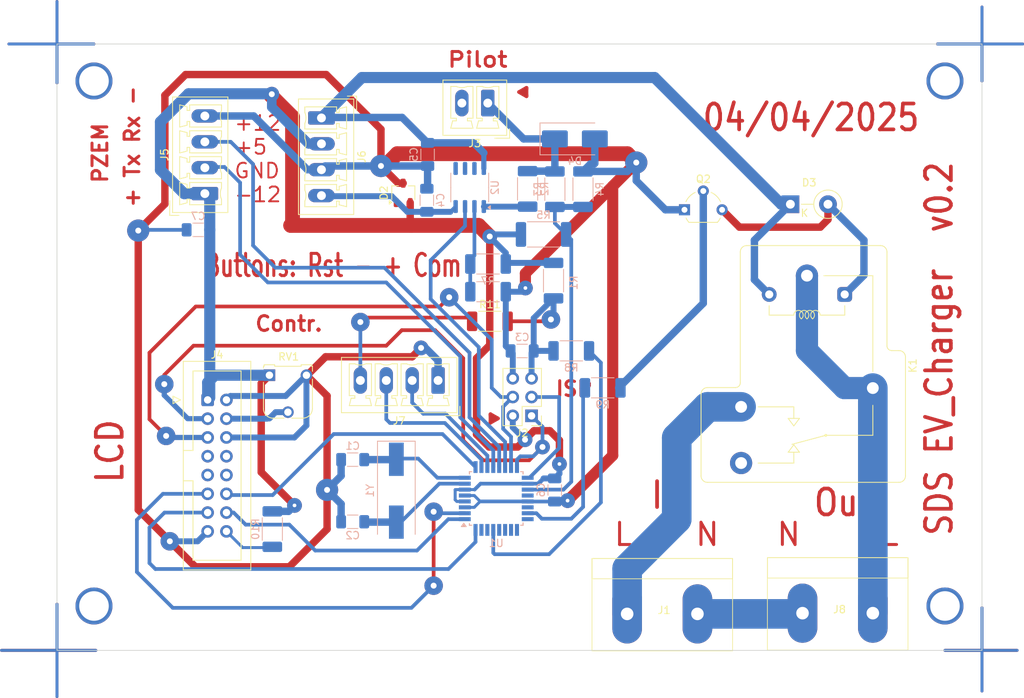
<source format=kicad_pcb>
(kicad_pcb (version 20240108) (generator "pcbnew") (generator_version "8.0")
  (layers (0 "F.Cu" signal) (31 "B.Cu" signal) (34 "B.Paste" user) (35 "F.Paste" user) (36 "B.SilkS" user "B.Silkscreen") (37 "F.SilkS" user "F.Silkscreen") (38 "B.Mask" user) (39 "F.Mask" user) (44 "Edge.Cuts" user))
  (net 0 "")
  (net 1 "Net-(U1-XTAL2{slash}PB7)")
  (net 2 "GNDD")
  (net 3 "Net-(U1-XTAL1{slash}PB6)")
  (net 4 "-12V")
  (net 5 "+12V")
  (net 6 "+5V")
  (net 7 "Net-(D3-A)")
  (net 8 "Net-(D4-K)")
  (net 9 "Net-(J2-Pin_1)")
  (net 10 "Net-(J2-Pin_3)")
  (net 11 "Net-(J2-Pin_4)")
  (net 13 "Net-(J4-Pin_16)")
  (net 18 "Net-(J4-Pin_11)")
  (net 19 "Net-(J4-Pin_12)")
  (net 20 "Net-(J4-Pin_13)")
  (net 21 "Net-(J4-Pin_14)")
  (net 22 "Net-(J4-Pin_4)")
  (net 23 "Net-(J5-Pin_2)")
  (net 24 "Net-(Q2-B)")
  (net 25 "Net-(R2-Pad1)")
  (net 26 "Net-(U1-ADC6)")
  (net 27 "Net-(U2A--)")
  (net 28 "Net-(U1-PC0)")
  (net 29 "Net-(U1-PB2)")
  (net 39 "Net-(J5-Pin_3)")
  (net 40 "Net-(J7-Pin_2)")
  (net 41 "Net-(J7-Pin_3)")
  (net 42 "Net-(J1-Pin_1)")
  (net 43 "Net-(J1-Pin_2)")
  (net 44 "Net-(J8-Pin_2)")
  (net 46 "Net-(J2-Pin_5)")
  (net 48 "Net-(U1-~{RESET}{slash}PC6)")
  (net 49 "Net-(J7-Pin_4)")
  (footprint "Vad:Connector_DG950-9.5-Housing" (layer "F.Cu") (at 181.75 131.97)
    (property "Reference" "J8")
    (property "Value" "In_220v")
  )
  (footprint "Potentiometer_THT:Potentiometer_Runtron_RM-065_Vertical" (layer "F.Cu") (at 104.71 99.79)
    (property "Reference" "RV1")
    (property "Value" "10k")
  )
  (footprint "Vad:Connector_DG950-9.5-Housing" (layer "F.Cu") (at 158.05 132.07)
    (property "Reference" "J1")
    (property "Value" "Out_220v")
  )
  (footprint "Connector_PinHeader_2.54mm:PinHeader_2x03_P2.54mm_Vertical" (layer "F.Cu") (at 140.135 105.285 180)
    (property "Reference" "J2")
    (property "Value" "ICSP")
  )
  (footprint "Connector_Phoenix_MC:PhoenixContact_MCV_1,5_4-G-3.5_1x04_P3.50mm_Vertical" (layer "F.Cu") (at 127.5 100.5 180)
    (property "Reference" "J7")
    (property "Value" "Rst,Down,Up")
  )
  (footprint "Connector_Phoenix_MC:PhoenixContact_MCV_1,5_4-G-3.5_1x04_P3.50mm_Vertical" (layer "F.Cu") (at 111.74 65 -90)
    (property "Reference" "J6")
    (property "Value" "PowerIn")
  )
  (footprint "Diode_THT:D_DO-15_P5.08mm_Vertical_KathodeUp" (layer "F.Cu") (at 175.11 76.67)
    (property "Reference" "D3")
    (property "Value" "1N4148")
  )
  (footprint "Package_TO_SOT_SMD:TSOT-23" (layer "F.Cu") (at 122.7825 75.1325 90)
    (property "Reference" "D2")
    (property "Value" "D_Zener_Dual_CommonAnode_KKA")
  )
  (footprint "Connector_IDC:IDC-Header_2x08_P2.54mm_Vertical" (layer "F.Cu") (at 96.36 103.13)
    (property "Reference" "J4")
    (property "Value" "20x4_LCD")
  )
  (footprint "Connector_Phoenix_MC:PhoenixContact_MCV_1,5_2-G-3.5_1x02_P3.50mm_Vertical" (layer "F.Cu") (at 134.215 62.99 180)
    (property "Reference" "J3")
    (property "Value" "Pilot")
  )
  (footprint "Resistor_SMD:R_2010_5025Metric_Pad1.40x2.65mm_HandSolder" (layer "F.Cu") (at 134.5 92.5)
    (property "Reference" "R11")
    (property "Value" "0")
  )
  (footprint "Relay_THT:Relay_SPDT_RAYEX-L90" (layer "F.Cu") (at 177.35 86.33 -90)
    (property "Reference" "K1")
    (property "Value" "RAYEX-L90")
  )
  (footprint "Connector_Phoenix_MC:PhoenixContact_MCV_1,5_4-G-3.5_1x04_P3.50mm_Vertical" (layer "F.Cu") (at 95.9825 75.2325 90)
    (property "Reference" "J5")
    (property "Value" "PZEM")
  )
  (footprint "Package_TO_SOT_THT:TO-92L_Wide" (layer "F.Cu") (at 160.8 77.42)
    (property "Reference" "Q2")
    (property "Value" "2N2222A")
  )
  (footprint "Resistor_SMD:R_2010_5025Metric_Pad1.40x2.65mm_HandSolder" (layer "B.Cu") (at 139.600527 74.593546 90)
    (property "Reference" "R2")
    (property "Value" "1k")
  )
  (footprint "Resistor_SMD:R_2010_5025Metric_Pad1.40x2.65mm_HandSolder" (layer "B.Cu") (at 134.25 84.75)
    (property "Reference" "R7")
    (property "Value" "10k")
  )
  (footprint "Capacitor_SMD:C_1206_3216Metric_Pad1.33x1.80mm_HandSolder" (layer "B.Cu") (at 115.96 111.21 180)
    (property "Reference" "C1")
    (property "Value" "22pF")
  )
  (footprint "Resistor_SMD:R_2010_5025Metric_Pad1.40x2.65mm_HandSolder" (layer "B.Cu") (at 105.1 120.6 -90)
    (property "Reference" "R10")
    (property "Value" "220")
  )
  (footprint "Capacitor_SMD:C_1206_3216Metric_Pad1.33x1.80mm_HandSolder" (layer "B.Cu") (at 126.0825 69.9325 -90)
    (property "Reference" "C5")
    (property "Value" "100n")
  )
  (footprint "Crystal:Crystal_SMD_HC49-SD" (layer "B.Cu") (at 121.86 115.41 -90)
    (property "Reference" "Y1")
    (property "Value" "16MHz")
  )
  (footprint "Package_SO:SO-8_3.9x4.9mm_P1.27mm" (layer "B.Cu") (at 131.7775 74.4075 90)
    (property "Reference" "U2")
    (property "Value" "LF353")
  )
  (footprint "Capacitor_SMD:C_1206_3216Metric_Pad1.33x1.80mm_HandSolder" (layer "B.Cu") (at 143.26 115.31 -90)
    (property "Reference" "C6")
    (property "Value" "100n")
  )
  (footprint "Capacitor_SMD:C_1206_3216Metric_Pad1.33x1.80mm_HandSolder" (layer "B.Cu") (at 138.86 96.51 180)
    (property "Reference" "C3")
    (property "Value" "100n")
  )
  (footprint "Package_QFP:TQFP-32_7x7mm_P0.8mm" (layer "B.Cu") (at 135.36 116.46)
    (property "Reference" "U1")
    (property "Value" "ATmega328P-A")
  )
  (footprint "Resistor_SMD:R_2010_5025Metric_Pad1.40x2.65mm_HandSolder" (layer "B.Cu") (at 134.25 88.5)
    (property "Reference" "R6" (hide yes))
    (property "Value" "10k")
  )
  (footprint "Resistor_SMD:R_2010_5025Metric_Pad1.40x2.65mm_HandSolder" (layer "B.Cu") (at 143.1 87 90)
    (property "Reference" "R1")
    (property "Value" "10k")
  )
  (footprint "Resistor_SMD:R_2512_6332Metric_Pad1.40x3.35mm_HandSolder" (layer "B.Cu") (at 141.75 80.75 180)
    (property "Reference" "R5")
    (property "Value" "56k")
  )
  (footprint "Capacitor_SMD:C_1206_3216Metric_Pad1.33x1.80mm_HandSolder" (layer "B.Cu") (at 115.96 119.61)
    (property "Reference" "C2")
    (property "Value" "22pF")
  )
  (footprint "Resistor_SMD:R_2010_5025Metric_Pad1.40x2.65mm_HandSolder" (layer "B.Cu") (at 145.5 96.5)
    (property "Reference" "R8")
    (property "Value" "0")
  )
  (footprint "Resistor_SMD:R_2010_5025Metric_Pad1.40x2.65mm_HandSolder" (layer "B.Cu") (at 143.2825 74.6325 -90)
    (property "Reference" "R3")
    (property "Value" "200k")
  )
  (footprint "Resistor_SMD:R_2010_5025Metric_Pad1.40x2.65mm_HandSolder" (layer "B.Cu") (at 147.0825 74.6325 90)
    (property "Reference" "R4")
    (property "Value" "100k")
  )
  (footprint "Diode_SMD:D_SMB_Handsoldering" (layer "B.Cu") (at 145.9825 67.8325)
    (property "Reference" "D4")
    (property "Value" "P6KE16CA")
  )
  (footprint "Capacitor_SMD:C_1206_3216Metric_Pad1.33x1.80mm_HandSolder" (layer "B.Cu") (at 95.0825 80.1325 180)
    (property "Reference" "C7")
    (property "Value" "100n")
  )
  (footprint "Capacitor_SMD:C_1206_3216Metric_Pad1.33x1.80mm_HandSolder" (layer "B.Cu") (at 125.9825 76.1325 90)
    (property "Reference" "C4")
    (property "Value" "100n")
  )
  (footprint "Resistor_SMD:R_2010_5025Metric_Pad1.40x2.65mm_HandSolder" (layer "B.Cu") (at 149.75 101.5)
    (property "Reference" "R9")
    (property "Value" "470")
  )
  (gr_line (start 196 137) (end 205.75 137) (stroke (width 0.4)) (layer "F.Cu"))
  (gr_line (start 81.25 137) (end 68.5 137) (stroke (width 0.4)) (layer "F.Cu"))
  (gr_line (start 76 130.75) (end 76 143.25) (stroke (width 0.4)) (layer "F.Cu"))
  (gr_line (start 201 60) (end 201 50) (stroke (width 0.4)) (layer "F.Cu"))
  (gr_line (start 76 60.25) (end 76 49.25) (stroke (width 0.4)) (layer "F.Cu"))
  (gr_line (start 195 55) (end 206.5 55) (stroke (width 0.4)) (layer "F.Cu"))
  (gr_line (start 81 55) (end 69.5 55) (stroke (width 0.4)) (layer "F.Cu"))
  (gr_line (start 201 131.25) (end 201 142.5) (stroke (width 0.4)) (layer "F.Cu"))
  (gr_line (start 76 130.75) (end 76 143.25) (stroke (width 0.4)) (layer "B.Cu"))
  (gr_line (start 195 55) (end 206.5 55) (stroke (width 0.4)) (layer "B.Cu"))
  (gr_line (start 201 50) (end 201 60) (stroke (width 0.4)) (layer "B.Cu"))
  (gr_line (start 201 131.25) (end 201 142.5) (stroke (width 0.4)) (layer "B.Cu"))
  (gr_line (start 68.5 137) (end 81.25 137) (stroke (width 0.4)) (layer "B.Cu"))
  (gr_line (start 69.5 55) (end 81 55) (stroke (width 0.4)) (layer "B.Cu"))
  (gr_line (start 196 137) (end 205.75 137) (stroke (width 0.4)) (layer "B.Cu"))
  (gr_line (start 76 49.25) (end 76 60.25) (stroke (width 0.4)) (layer "B.Cu"))
  (gr_rect (start 76 55) (end 201 137) (stroke (width 0.1)) (fill none) (layer "Edge.Cuts"))
  (gr_text "v0.2" (at 197.25 80.75 90) (layer "F.Cu") (effects (font (size 3.5 3) (thickness 0.5) (bold yes)) (justify left bottom)))
  (gr_text "L" (at 187.05 123.07 0) (layer "F.Cu") (effects (font (size 3 3) (thickness 0.4)) (justify left bottom)))
  (gr_text "◂" (at 137.2 104.1 180) (layer "F.Cu") (effects (font (size 3 3) (thickness 0.5) (bold yes)) (justify left bottom)))
  (gr_text "+12\n+5\nGND\n-12" (at 99.8325 76.5325 0) (layer "F.Cu") (effects (font (size 2 2) (thickness 0.25)) (justify left bottom)))
  (gr_text "N" (at 173.05 123.07 0) (layer "F.Cu") (effects (font (size 3 3) (thickness 0.4)) (justify left bottom)))
  (gr_text "L" (at 151.05 123.07 0) (layer "F.Cu") (effects (font (size 3 3) (thickness 0.4)) (justify left bottom)))
  (gr_text "◂" (at 136.8325 63.0325 0) (layer "F.Cu") (effects (font (size 3 3) (thickness 0.5) (bold yes)) (justify left bottom)))
  (gr_text "LCD" (at 85.2 114.6 90) (layer "F.Cu") (effects (font (size 3.5 3) (thickness 0.5) (bold yes)) (justify left bottom)))
  (gr_text "N" (at 162.05 123.07 0) (layer "F.Cu") (effects (font (size 3 3) (thickness 0.4)) (justify left bottom)))
  (gr_text "+ Tx Rx -" (at 87.3325 77.2825 90) (layer "F.Cu") (effects (font (size 2 2) (thickness 0.4) (bold yes)) (justify left bottom)))
  (gr_text "SDS EV_Charger" (at 197.25 121.75 90) (layer "F.Cu") (effects (font (size 3.5 3) (thickness 0.5) (bold yes)) (justify left bottom)))
  (gr_text "Out" (at 178.05 119.07 0) (layer "F.Cu") (effects (font (size 3.5 3) (thickness 0.5) (bold yes)) (justify left bottom)))
  (gr_text "In" (at 156.05 118.07 0) (layer "F.Cu") (effects (font (size 3.5 3) (thickness 0.5) (bold yes)) (justify left bottom)))
  (gr_text "04/04/2025" (at 163 67 0) (layer "F.Cu") (effects (font (size 3.5 3) (thickness 0.5) (bold yes)) (justify left bottom)))
  (gr_text "ISP" (at 143.2 102.8 0) (layer "F.Cu") (effects (font (size 2 2) (thickness 0.4) (bold yes)) (justify left bottom)))
  (gr_text "Buttons: Rst - + Com" (at 95.8 86.7 0) (layer "F.Cu") (effects (font (size 3 2) (thickness 0.4) (bold yes)) (justify left bottom)))
  (gr_text "PZEM" (at 83 74 90) (layer "F.Cu") (effects (font (size 2 2) (thickness 0.4) (bold yes)) (justify left bottom)))
  (gr_text "Pilot" (at 128.5825 58.2825 0) (layer "F.Cu") (effects (font (size 2 2.3) (thickness 0.4) (bold yes)) (justify left bottom)))
  (gr_text "Contr." (at 102.6 94 0) (layer "F.Cu") (effects (font (size 2 2) (thickness 0.4) (bold yes)) (justify left bottom)))
  (via (at 81 131) (size 5) (drill 4) (layers "F.Cu" "B.Cu") (net 0))
  (via (at 81 60) (size 5) (drill 4) (layers "F.Cu" "B.Cu") (net 0))
  (via (at 196 131) (size 5) (drill 4) (layers "F.Cu" "B.Cu") (net 0))
  (via (at 196 60) (size 5) (drill 4) (layers "F.Cu" "B.Cu") (net 0))
  (segment (start 124.81 111.06) (end 121.96 111.06) (width 0.5) (layer "B.Cu") (net 1))
  (segment (start 117.5225 111.21) (end 121.81 111.21) (width 1) (layer "B.Cu") (net 1))
  (segment (start 131.11 113.66) (end 127.41 113.66) (width 0.5) (layer "B.Cu") (net 1))
  (segment (start 121.96 111.06) (end 121.86 111.16) (width 0.4) (layer "B.Cu") (net 1))
  (segment (start 127.41 113.66) (end 124.81 111.06) (width 0.5) (layer "B.Cu") (net 1))
  (segment (start 121.81 111.21) (end 121.86 111.16) (width 0.4) (layer "B.Cu") (net 1))
  (segment (start 112.5 115.3) (end 112.5 120.6) (width 1) (layer "F.Cu") (net 2))
  (segment (start 151.1 110.65) (end 145 116.75) (width 1.5) (layer "F.Cu") (net 2))
  (segment (start 90.5825 61.9325) (end 90.5825 76.6325) (width 1) (layer "F.Cu") (net 2))
  (segment (start 109.81 99.79) (end 109.71 99.79) (width 0.5) (layer "F.Cu") (net 2))
  (segment (start 94.7 125.7) (end 91.25 122.25) (width 1) (layer "F.Cu") (net 2))
  (segment (start 124 97.3) (end 112.3 97.3) (width 1) (layer "F.Cu") (net 2))
  (segment (start 154.2825 71.0325) (end 151.1 74.215) (width 1.5) (layer "F.Cu") (net 2))
  (segment (start 107.4 125.7) (end 94.7 125.7) (width 1) (layer "F.Cu") (net 2))
  (segment (start 86.9825 117.9825) (end 86.9825 80.2325) (width 1) (layer "F.Cu") (net 2))
  (segment (start 119.7825 66.5325) (end 112.3825 59.1325) (width 1) (layer "F.Cu") (net 2))
  (segment (start 151.1 74.215) (end 151.1 110.65) (width 1.5) (layer "F.Cu") (net 2))
  (segment (start 112.3 97.3) (end 109.81 99.79) (width 1) (layer "F.Cu") (net 2))
  (segment (start 125.2 96.1) (end 124 97.3) (width 1) (layer "F.Cu") (net 2))
  (segment (start 139.3 88) (end 139.3 86.015) (width 1.5) (layer "F.Cu") (net 2))
  (segment (start 91.25 122.25) (end 86.9825 117.9825) (width 1) (layer "F.Cu") (net 2))
  (segment (start 122.11 73.8225) (end 119.7825 71.495) (width 1) (layer "F.Cu") (net 2))
  (segment (start 90.5825 76.6325) (end 86.9825 80.2325) (width 1) (layer "F.Cu") (net 2))
  (segment (start 119.7825 71.495) (end 120.32 71.495) (width 0.4) (layer "F.Cu") (net 2))
  (segment (start 112.3825 59.1325) (end 93.3825 59.1325) (width 1) (layer "F.Cu") (net 2))
  (segment (start 93.3825 59.1325) (end 90.5825 61.9325) (width 1) (layer "F.Cu") (net 2))
  (segment (start 119.7825 71.495) (end 119.7825 66.5325) (width 1) (layer "F.Cu") (net 2))
  (segment (start 112.5 102.58) (end 109.71 99.79) (width 1) (layer "F.Cu") (net 2))
  (segment (start 139.3 86.015) (end 154.2825 71.0325) (width 1.5) (layer "F.Cu") (net 2))
  (segment (start 112.5 115.3) (end 112.5 102.58) (width 1) (layer "F.Cu") (net 2))
  (segment (start 120.32 71.495) (end 121.9825 69.8325) (width 2) (layer "F.Cu") (net 2))
  (segment (start 122.7825 73.8225) (end 122.11 73.8225) (width 1) (layer "F.Cu") (net 2))
  (segment (start 121.9825 69.8325) (end 153.0825 69.8325) (width 2) (layer "F.Cu") (net 2))
  (segment (start 112.5 120.6) (end 107.4 125.7) (width 1) (layer "F.Cu") (net 2))
  (segment (start 153.0825 69.8325) (end 154.2825 71.0325) (width 2) (layer "F.Cu") (net 2))
  (via (at 139.3 88) (size 2) (drill 0.5) (layers "F.Cu" "B.Cu") (net 2))
  (via (at 86.9825 80.2325) (size 3) (drill 0.8) (layers "F.Cu" "B.Cu") (net 2))
  (via (at 91.25 122.25) (size 2.5) (drill 0.8) (layers "F.Cu" "B.Cu") (net 2))
  (via (at 112.5 115.3) (size 3) (drill 0.8) (layers "F.Cu" "B.Cu") (net 2))
  (via (at 119.7825 71.495) (size 3) (drill 0.8) (layers "F.Cu" "B.Cu") (net 2))
  (via (at 125.2 96.1) (size 2) (drill 0.8) (layers "F.Cu" "B.Cu") (net 2))
  (via (at 145 116.75) (size 2) (drill 0.5) (layers "F.Cu" "B.Cu") (net 2))
  (via (at 154.2825 71.0325) (size 3) (drill 0.8) (layers "F.Cu" "B.Cu") (net 2))
  (segment (start 148.0825 71.2325) (end 147.0825 72.2325) (width 1) (layer "B.Cu") (net 2))
  (segment (start 145 116.75) (end 143.3825 116.75) (width 0.5) (layer "B.Cu") (net 2))
  (segment (start 127.5 97.8) (end 127.5 100.5) (width 1) (layer "B.Cu") (net 2))
  (segment (start 143.3825 116.75) (end 143.26 116.8725) (width 0.5) (layer "B.Cu") (net 2))
  (segment (start 160.67 77.42) (end 158.22 77.42) (width 1) (layer "B.Cu") (net 2))
  (segment (start 158.22 77.42) (end 154.2825 73.4825) (width 1) (layer "B.Cu") (net 2))
  (segment (start 114.3975 119.61) (end 114.3975 117.1975) (width 1) (layer "B.Cu") (net 2))
  (segment (start 114.3975 113.4025) (end 114.3975 111.21) (width 1) (layer "B.Cu") (net 2))
  (segment (start 126.0825 71.495) (end 126.0825 74.47) (width 1) (layer "B.Cu") (net 2))
  (segment (start 143.26 116.8725) (end 139.6225 116.8725) (width 0.5) (layer "B.Cu") (net 2))
  (segment (start 112.5 115.3) (end 114.3975 113.4025) (width 1) (layer "B.Cu") (net 2))
  (segment (start 153.0825 72.2325) (end 147.0825 72.2325) (width 1) (layer "B.Cu") (net 2))
  (segment (start 136.65 95.8625) (end 137.2975 96.51) (width 0.8) (layer "B.Cu") (net 2))
  (segment (start 136.65 88.5) (end 138.8 88.5) (width 0.8) (layer "B.Cu") (net 2))
  (segment (start 98.9 108.21) (end 108.09 108.21) (width 0.8) (layer "B.Cu") (net 2))
  (segment (start 138.8 88.5) (end 139.3 88) (width 0.5) (layer "B.Cu") (net 2))
  (segment (start 132.385 116.06) (end 131.11 116.06) (width 0.4) (layer "B.Cu") (net 2))
  (segment (start 109.85 72) (end 111.74 72) (width 1) (layer "B.Cu") (net 2))
  (segment (start 137.595 100.205) (end 137.595 96.8075) (width 0.8) (layer "B.Cu") (net 2))
  (segment (start 126.0825 74.47) (end 125.9825 74.57) (width 1) (layer "B.Cu") (net 2))
  (segment (start 106.9 102.6) (end 99.43 102.6) (width 0.8) (layer "B.Cu") (net 2))
  (segment (start 131.11 117.66) (end 132.385 117.66) (width 0.4) (layer "B.Cu") (net 2))
  (segment (start 87.0825 80.1325) (end 86.9825 80.2325) (width 0.5) (layer "B.Cu") (net 2))
  (segment (start 109.71 106.59) (end 109.71 99.79) (width 0.8) (layer "B.Cu") (net 2))
  (segment (start 93.52 80.1325) (end 87.0825 80.1325) (width 0.5) (layer "B.Cu") (net 2))
  (segment (start 114.3975 117.1975) (end 112.5 115.3) (width 1) (layer "B.Cu") (net 2))
  (segment (start 148.5825 71.2325) (end 148.0825 71.2325) (width 1) (layer "B.Cu") (net 2))
  (segment (start 119.7825 71.495) (end 112.245 71.495) (width 1) (layer "B.Cu") (net 2))
  (segment (start 139.6225 116.8725) (end 139.61 116.86) (width 0.4) (layer "B.Cu") (net 2))
  (segment (start 102.5825 64.7325) (end 109.85 72) (width 1) (layer "B.Cu") (net 2))
  (segment (start 108.09 108.21) (end 109.71 106.59) (width 0.8) (layer "B.Cu") (net 2))
  (segment (start 99.43 102.6) (end 98.9 103.13) (width 0.8) (layer "B.Cu") (net 2))
  (segment (start 160.8 77.42) (end 160.67 77.42) (width 0.5) (layer "B.Cu") (net 2))
  (segment (start 139.61 116.86) (end 133.185 116.86) (width 0.5) (layer "B.Cu") (net 2))
  (segment (start 132.385 117.66) (end 133.185 116.86) (width 0.4) (layer "B.Cu") (net 2))
  (segment (start 137.595 96.8075) (end 137.2975 96.51) (width 0.5) (layer "B.Cu") (net 2))
  (segment (start 112.245 71.495) (end 111.74 72) (width 1) (layer "B.Cu") (net 2))
  (segment (start 109.71 99.79) (end 106.9 102.6) (width 0.8) (layer "B.Cu") (net 2))
  (segment (start 91.25 122.25) (end 95.02 122.25) (width 0.8) (layer "B.Cu") (net 2))
  (segment (start 133.185 116.86) (end 132.385 116.06) (width 0.4) (layer "B.Cu") (net 2))
  (segment (start 154.2825 71.0325) (end 153.0825 72.2325) (width 1) (layer "B.Cu") (net 2))
  (segment (start 148.6825 71.1325) (end 148.5825 71.2325) (width 1) (layer "B.Cu") (net 2))
  (segment (start 125.2 96.1) (end 125.8 96.1) (width 0.5) (layer "B.Cu") (net 2))
  (segment (start 126.0825 71.495) (end 119.7825 71.495) (width 1) (layer "B.Cu") (net 2))
  (segment (start 95.02 122.25) (end 96.36 120.91) (width 0.8) (layer "B.Cu") (net 2))
  (segment (start 95.9825 64.7325) (end 102.5825 64.7325) (width 1) (layer "B.Cu") (net 2))
  (segment (start 125.8 96.1) (end 127.5 97.8) (width 1) (layer "B.Cu") (net 2))
  (segment (start 154.2825 73.4825) (end 154.2825 71.0325) (width 1) (layer "B.Cu") (net 2))
  (segment (start 136.65 88.5) (end 136.65 95.8625) (width 0.8) (layer "B.Cu") (net 2))
  (segment (start 148.6825 67.8325) (end 148.6825 71.1325) (width 1) (layer "B.Cu") (net 2))
  (segment (start 117.5725 119.66) (end 117.5225 119.61) (width 0.4) (layer "B.Cu") (net 3))
  (segment (start 122.46 119.66) (end 121.86 119.66) (width 0.4) (layer "B.Cu") (net 3))
  (segment (start 121.86 119.66) (end 117.5725 119.66) (width 1) (layer "B.Cu") (net 3))
  (segment (start 127.66 114.46) (end 122.46 119.66) (width 0.5) (layer "B.Cu") (net 3))
  (segment (start 131.11 114.46) (end 127.66 114.46) (width 0.5) (layer "B.Cu") (net 3))
  (segment (start 123.345 77.695) (end 121.2325 75.5825) (width 0.8) (layer "B.Cu") (net 4))
  (segment (start 129.16 77.695) (end 129.8725 76.9825) (width 0.5) (layer "B.Cu") (net 4))
  (segment (start 125.9825 77.695) (end 129.16 77.695) (width 0.8) (layer "B.Cu") (net 4))
  (segment (start 111.8225 75.5825) (end 111.74 75.5) (width 0.4) (layer "B.Cu") (net 4))
  (segment (start 121.2325 75.5825) (end 111.8225 75.5825) (width 0.8) (layer "B.Cu") (net 4))
  (segment (start 125.9825 77.695) (end 123.345 77.695) (width 0.8) (layer "B.Cu") (net 4))
  (segment (start 126.0825 68.37) (end 132.32 68.37) (width 1) (layer "B.Cu") (net 5))
  (segment (start 175.11 76.67) (end 173.8875 76.67) (width 1.5) (layer "B.Cu") (net 5))
  (segment (start 173.8875 76.67) (end 156.75 59.5325) (width 1.5) (layer "B.Cu") (net 5))
  (segment (start 117.2075 59.5325) (end 111.74 65) (width 1.5) (layer "B.Cu") (net 5))
  (segment (start 175.11 76.67) (end 170.25 81.53) (width 1) (layer "B.Cu") (net 5))
  (segment (start 132.32 68.37) (end 133.6825 69.7325) (width 1) (layer "B.Cu") (net 5))
  (segment (start 111.8075 64.9325) (end 111.74 65) (width 0.4) (layer "B.Cu") (net 5))
  (segment (start 122.645 64.9325) (end 111.8075 64.9325) (width 1) (layer "B.Cu") (net 5))
  (segment (start 157.0425 59.5325) (end 156.75 59.5325) (width 1) (layer "B.Cu") (net 5))
  (segment (start 170.25 81.53) (end 170.25 86.87) (width 1) (layer "B.Cu") (net 5))
  (segment (start 170.25 86.87) (end 172.25 88.87) (width 1) (layer "B.Cu") (net 5))
  (segment (start 133.6825 69.7325) (end 133.6825 71.8325) (width 0.7) (layer "B.Cu") (net 5))
  (segment (start 126.0825 68.37) (end 122.645 64.9325) (width 1) (layer "B.Cu") (net 5))
  (segment (start 156.75 59.5325) (end 117.2075 59.5325) (width 1.5) (layer "B.Cu") (net 5))
  (segment (start 140.46 107.3) (end 139.25 108.51) (width 1) (layer "F.Cu") (net 6))
  (segment (start 139.25 108.51) (end 138.26 109.5) (width 1) (layer "F.Cu") (net 6))
  (segment (start 134.4 109.5) (end 132.7 107.8) (width 1) (layer "F.Cu") (net 6))
  (segment (start 107.5825 79.5325) (end 107.8325 79.2825) (width 2) (layer "F.Cu") (net 6))
  (segment (start 107.8325 64.8825) (end 104.8825 61.9325) (width 2) (layer "F.Cu") (net 6))
  (segment (start 138.26 109.5) (end 134.4 109.5) (width 1) (layer "F.Cu") (net 6))
  (segment (start 123.8825 79.5325) (end 132.9825 79.5325) (width 2) (layer "F.Cu") (net 6))
  (segment (start 134.4825 95.7175) (end 134.4825 81.0325) (width 1) (layer "F.Cu") (net 6))
  (segment (start 143.9 111.8) (end 143.9 108.6) (width 1) (layer "F.Cu") (net 6))
  (segment (start 123.7325 76.4425) (end 123.7325 79.3825) (width 1) (layer "F.Cu") (net 6))
  (segment (start 132.7 107.8) (end 132.7 97.5) (width 1) (layer "F.Cu") (net 6))
  (segment (start 142.6 107.3) (end 140.46 107.3) (width 1) (layer "F.Cu") (net 6))
  (segment (start 143.9 108.6) (end 142.6 107.3) (width 1) (layer "F.Cu") (net 6))
  (segment (start 108.1 117.4) (end 103.6 112.9) (width 1) (layer "F.Cu") (net 6))
  (segment (start 107.5825 79.5325) (end 123.8825 79.5325) (width 2) (layer "F.Cu") (net 6))
  (segment (start 103.6 100.9) (end 104.71 99.79) (width 1) (layer "F.Cu") (net 6))
  (segment (start 132.9825 79.5325) (end 134.4825 81.0325) (width 2) (layer "F.Cu") (net 6))
  (segment (start 123.7325 79.3825) (end 123.8825 79.5325) (width 0.4) (layer "F.Cu") (net 6))
  (segment (start 103.6 112.9) (end 103.6 100.9) (width 1) (layer "F.Cu") (net 6))
  (segment (start 105.0275 61.7875) (end 104.8825 61.9325) (width 0.4) (layer "F.Cu") (net 6))
  (segment (start 107.8325 79.2825) (end 107.8325 64.8825) (width 2) (layer "F.Cu") (net 6))
  (segment (start 132.7 97.5) (end 134.4825 95.7175) (width 1) (layer "F.Cu") (net 6))
  (via (at 108.1 117.4) (size 2) (drill 0.5) (layers "F.Cu" "B.Cu") (net 6))
  (via (at 139.25 108.51) (size 2) (drill 0.8) (layers "F.Cu" "B.Cu") (net 6))
  (via (at 143.9 111.8) (size 2) (drill 0.5) (layers "F.Cu" "B.Cu") (net 6))
  (via (at 134.4825 81.0325) (size 2) (drill 0.8) (layers "F.Cu" "B.Cu") (net 6))
  (via (at 105.0275 61.7875) (size 2) (drill 0.8) (layers "F.Cu" "B.Cu") (net 6))
  (segment (start 96.645 75.895) (end 95.9825 75.2325) (width 1.5) (layer "B.Cu") (net 6))
  (segment (start 97.355 99.79) (end 96.36 100.785) (width 1.5) (layer "B.Cu") (net 6))
  (segment (start 89.9825 72.0325) (end 93.1825 75.2325) (width 1.5) (layer "B.Cu") (net 6))
  (segment (start 133.235 114.46) (end 132.435 115.26) (width 0.5) (layer "B.Cu") (net 6))
  (segment (start 143.1 84.6) (end 136.8 84.6) (width 0.8) (layer "B.Cu") (net 6))
  (segment (start 105.0275 63.5275) (end 105.0275 61.7875) (width 1.3) (layer "B.Cu") (net 6))
  (segment (start 96.645 102.845) (end 96.36 103.13) (width 0.5) (layer "B.Cu") (net 6))
  (segment (start 136.65 83.25) (end 136.65 84.75) (width 0.8) (layer "B.Cu") (net 6))
  (segment (start 141.7525 113.7475) (end 143.26 113.7475) (width 0.8) (layer "B.Cu") (net 6))
  (segment (start 104.9725 61.7325) (end 93.7825 61.7325) (width 1.5) (layer "B.Cu") (net 6))
  (segment (start 110 68.5) (end 105.0275 63.5275) (width 1.3) (layer "B.Cu") (net 6))
  (segment (start 131.11 115.26) (end 129.835 115.26) (width 0.4) (layer "B.Cu") (net 6))
  (segment (start 105.1 118.2) (end 107.3 118.2) (width 1) (layer "B.Cu") (net 6))
  (segment (start 129.81 115.285) (end 129.81 116.635) (width 0.4) (layer "B.Cu") (net 6))
  (segment (start 96.645 80.1325) (end 96.645 75.895) (width 1.5) (layer "B.Cu") (net 6))
  (segment (start 136.8 84.6) (end 136.65 84.75) (width 0.5) (layer "B.Cu") (net 6))
  (segment (start 89.9825 65.5325) (end 89.9825 72.0325) (width 1.5) (layer "B.Cu") (net 6))
  (segment (start 130.035 116.86) (end 131.11 116.86) (width 0.4) (layer "B.Cu") (net 6))
  (segment (start 139.25 108.51) (end 137.595 106.855) (width 0.8) (layer "B.Cu") (net 6))
  (segment (start 134.765 80.75) (end 134.4825 81.0325) (width 0.5) (layer "B.Cu") (net 6))
  (segment (start 132.435 115.26) (end 131.11 115.26) (width 0.4) (layer "B.Cu") (net 6))
  (segment (start 107.3 118.2) (end 108.1 117.4) (width 1) (layer "B.Cu") (net 6))
  (segment (start 93.7825 61.7325) (end 89.9825 65.5325) (width 1.5) (layer "B.Cu") (net 6))
  (segment (start 141.04 114.46) (end 141.7525 113.7475) (width 0.6) (layer "B.Cu") (net 6))
  (segment (start 138.7 80.75) (end 134.765 80.75) (width 0.8) (layer "B.Cu") (net 6))
  (segment (start 139.61 114.46) (end 133.235 114.46) (width 0.5) (layer "B.Cu") (net 6))
  (segment (start 134.4825 81.0325) (end 134.4825 81.0825) (width 0.8) (layer "B.Cu") (net 6))
  (segment (start 143.9 111.8) (end 143.9 113.1075) (width 0.8) (layer "B.Cu") (net 6))
  (segment (start 105.0275 61.7875) (end 104.9725 61.7325) (width 0.4) (layer "B.Cu") (net 6))
  (segment (start 137.595 106.855) (end 137.595 105.285) (width 0.8) (layer "B.Cu") (net 6))
  (segment (start 143.9 113.1075) (end 143.26 113.7475) (width 0.8) (layer "B.Cu") (net 6))
  (segment (start 129.835 115.26) (end 129.81 115.285) (width 0.4) (layer "B.Cu") (net 6))
  (segment (start 134.4825 81.0825) (end 136.65 83.25) (width 0.8) (layer "B.Cu") (net 6))
  (segment (start 93.1825 75.2325) (end 95.9825 75.2325) (width 1.5) (layer "B.Cu") (net 6))
  (segment (start 96.645 80.1325) (end 96.645 102.845) (width 1.5) (layer "B.Cu") (net 6))
  (segment (start 111.74 68.5) (end 110 68.5) (width 1.3) (layer "B.Cu") (net 6))
  (segment (start 129.81 116.635) (end 130.035 116.86) (width 0.4) (layer "B.Cu") (net 6))
  (segment (start 139.61 114.46) (end 141.04 114.46) (width 0.5) (layer "B.Cu") (net 6))
  (segment (start 96.36 100.785) (end 96.36 103.13) (width 1.5) (layer "B.Cu") (net 6))
  (segment (start 104.71 99.79) (end 97.355 99.79) (width 1.5) (layer "B.Cu") (net 6))
  (segment (start 179.15 79.77) (end 168.23 79.77) (width 1) (layer "F.Cu") (net 7))
  (segment (start 168.23 79.77) (end 165.88 77.42) (width 1) (layer "F.Cu") (net 7))
  (segment (start 180.19 78.73) (end 179.15 79.77) (width 1) (layer "F.Cu") (net 7))
  (segment (start 180.19 76.67) (end 180.19 78.73) (width 1) (layer "F.Cu") (net 7))
  (segment (start 180.19 76.67) (end 185.05 81.53) (width 1) (layer "B.Cu") (net 7))
  (segment (start 185.05 81.53) (end 185.05 86.27) (width 1) (layer "B.Cu") (net 7))
  (segment (start 185.05 86.27) (end 182.45 88.87) (width 1) (layer "B.Cu") (net 7))
  (segment (start 143.2825 67.6325) (end 143.3775 67.5375) (width 1) (layer "B.Cu") (net 8))
  (segment (start 143.3775 72.1375) (end 143.2825 72.2325) (width 1) (layer "B.Cu") (net 8))
  (segment (start 143.2825 67.8325) (end 143.2825 67.6325) (width 0.4) (layer "B.Cu") (net 8))
  (segment (start 139.0575 67.8325) (end 143.2825 67.8325) (width 1) (layer "B.Cu") (net 8))
  (segment (start 143.2825 72.2325) (end 143.2825 67.8325) (width 1) (layer "B.Cu") (net 8))
  (segment (start 143.243546 72.193546) (end 143.2825 72.2325) (width 0.4) (layer "B.Cu") (net 8))
  (segment (start 139.600527 72.193546) (end 143.243546 72.193546) (width 1) (layer "B.Cu") (net 8))
  (segment (start 134.215 62.99) (end 139.0575 67.8325) (width 1) (layer "B.Cu") (net 8))
  (segment (start 94.45 95.8) (end 120.5 95.8) (width 0.5) (layer "F.Cu") (net 9))
  (segment (start 130.9 108.6) (end 133.6 111.3) (width 0.5) (layer "F.Cu") (net 9))
  (segment (start 90.5 99.75) (end 94.45 95.8) (width 0.5) (layer "F.Cu") (net 9))
  (segment (start 127.1 93.7) (end 130.9 97.5) (width 0.5) (layer "F.Cu") (net 9))
  (segment (start 120.5 95.8) (end 122.6 93.7) (width 0.5) (layer "F.Cu") (net 9))
  (segment (start 133.6 111.3) (end 139.81 111.3) (width 0.5) (layer "F.Cu") (net 9))
  (segment (start 122.6 93.7) (end 127.1 93.7) (width 0.5) (layer "F.Cu") (net 9))
  (segment (start 139.81 111.3) (end 141.61 109.5) (width 0.5) (layer "F.Cu") (net 9))
  (segment (start 130.9 97.5) (end 130.9 108.6) (width 0.5) (layer "F.Cu") (net 9))
  (segment (start 90.5 101) (end 90.5 99.75) (width 0.5) (layer "F.Cu") (net 9))
  (via (at 141.61 109.5) (size 2) (drill 0.8) (layers "F.Cu" "B.Cu") (net 9))
  (via (at 90.5 101) (size 2.5) (drill 0.8) (layers "F.Cu" "B.Cu") (net 9))
  (segment (start 141.61 109.51) (end 140.36 110.76) (width 0.5) (layer "B.Cu") (net 9))
  (segment (start 140.36 110.76) (end 138.61 110.76) (width 0.5) (layer "B.Cu") (net 9))
  (segment (start 138.16 111.21) (end 138.16 112.21) (width 0.5) (layer "B.Cu") (net 9))
  (segment (start 138.61 110.76) (end 138.16 111.21) (width 0.5) (layer "B.Cu") (net 9))
  (segment (start 141.61 106.76) (end 141.61 109.5) (width 0.5) (layer "B.Cu") (net 9))
  (segment (start 93.67 105.67) (end 96.36 105.67) (width 0.7) (layer "B.Cu") (net 9))
  (segment (start 90.5 102.5) (end 93.67 105.67) (width 0.7) (layer "B.Cu") (net 9))
  (segment (start 140.135 105.285) (end 141.61 106.76) (width 0.5) (layer "B.Cu") (net 9))
  (segment (start 141.61 109.5) (end 141.61 109.51) (width 0.5) (layer "B.Cu") (net 9))
  (segment (start 90.5 101) (end 90.5 102.5) (width 0.7) (layer "B.Cu") (net 9))
  (segment (start 139.84 113.66) (end 139.61 113.66) (width 0.5) (layer "B.Cu") (net 10))
  (segment (start 143.845 102.745) (end 143.86 102.76) (width 0.5) (layer "B.Cu") (net 10))
  (segment (start 143.86 102.76) (end 143.86 109.64) (width 0.5) (layer "B.Cu") (net 10))
  (segment (start 140.135 102.745) (end 143.845 102.745) (width 0.5) (layer "B.Cu") (net 10))
  (segment (start 143.86 109.64) (end 139.84 113.66) (width 0.5) (layer "B.Cu") (net 10))
  (segment (start 127.75 90.5) (end 94.75 90.5) (width 0.5) (layer "F.Cu") (net 11))
  (segment (start 88.5 105.75) (end 90.75 108) (width 0.5) (layer "F.Cu") (net 11))
  (segment (start 129 89.25) (end 127.75 90.5) (width 0.5) (layer "F.Cu") (net 11))
  (segment (start 94.75 90.5) (end 88.5 96.75) (width 0.5) (layer "F.Cu") (net 11))
  (segment (start 88.5 96.75) (end 88.5 105.75) (width 0.5) (layer "F.Cu") (net 11))
  (via (at 129 89.25) (size 2.5) (drill 0.8) (layers "F.Cu" "B.Cu") (net 11))
  (via (at 90.75 108) (size 2.5) (drill 0.8) (layers "F.Cu" "B.Cu") (net 11))
  (segment (start 90.96 108.21) (end 90.75 108) (width 0.5) (layer "B.Cu") (net 11))
  (segment (start 135.995 102.745) (end 134.75 101.5) (width 0.5) (layer "B.Cu") (net 11))
  (segment (start 137.36 108.11) (end 137.36 112.21) (width 0.5) (layer "B.Cu") (net 11))
  (segment (start 134.75 95) (end 129 89.25) (width 0.5) (layer "B.Cu") (net 11))
  (segment (start 136.295 104.045) (end 136.295 107.045) (width 0.5) (layer "B.Cu") (net 11))
  (segment (start 96.36 108.21) (end 90.96 108.21) (width 0.7) (layer "B.Cu") (net 11))
  (segment (start 137.595 102.745) (end 135.995 102.745) (width 0.5) (layer "B.Cu") (net 11))
  (segment (start 137.595 102.745) (end 136.295 104.045) (width 0.5) (layer "B.Cu") (net 11))
  (segment (start 134.75 101.5) (end 134.75 95) (width 0.5) (layer "B.Cu") (net 11))
  (segment (start 136.295 107.045) (end 137.36 108.11) (width 0.5) (layer "B.Cu") (net 11))
  (segment (start 101.09 123.1) (end 105 123.1) (width 0.4) (layer "B.Cu") (net 13))
  (segment (start 105 123.1) (end 105.1 123) (width 0.4) (layer "B.Cu") (net 13))
  (segment (start 98.9 120.91) (end 101.09 123.1) (width 0.4) (layer "B.Cu") (net 13))
  (segment (start 126.9 118.25) (end 126.9 128.25) (width 0.5) (layer "F.Cu") (net 18))
  (via (at 126.9 128.25) (size 2.5) (drill 0.8) (layers "F.Cu" "B.Cu") (net 18))
  (via (at 126.9 118.25) (size 2.5) (drill 0.8) (layers "F.Cu" "B.Cu") (net 18))
  (segment (start 126.9 128.25) (end 123.9 131.25) (width 0.5) (layer "B.Cu") (net 18))
  (segment (start 123.9 131.25) (end 91.65 131.25) (width 0.5) (layer "B.Cu") (net 18))
  (segment (start 91.65 131.25) (end 86.8 126.4) (width 0.5) (layer "B.Cu") (net 18))
  (segment (start 86.8 119.35) (end 90.32 115.83) (width 0.5) (layer "B.Cu") (net 18))
  (segment (start 90.32 115.83) (end 96.36 115.83) (width 0.5) (layer "B.Cu") (net 18))
  (segment (start 131.11 118.46) (end 127.11 118.46) (width 0.5) (layer "B.Cu") (net 18))
  (segment (start 127.11 118.46) (end 126.9 118.25) (width 0.5) (layer "B.Cu") (net 18))
  (segment (start 86.8 126.4) (end 86.8 119.35) (width 0.5) (layer "B.Cu") (net 18))
  (segment (start 105.15 116) (end 113.4 107.75) (width 0.5) (layer "B.Cu") (net 19))
  (segment (start 128.1 107.75) (end 132.56 112.21) (width 0.5) (layer "B.Cu") (net 19))
  (segment (start 99.07 116) (end 105.15 116) (width 0.5) (layer "B.Cu") (net 19))
  (segment (start 113.4 107.75) (end 128.1 107.75) (width 0.5) (layer "B.Cu") (net 19))
  (segment (start 98.9 115.83) (end 99.07 116) (width 0.5) (layer "B.Cu") (net 19))
  (segment (start 90.53 118.37) (end 96.36 118.37) (width 0.5) (layer "B.Cu") (net 20))
  (segment (start 89.3 126) (end 88.5 125.2) (width 0.5) (layer "B.Cu") (net 20))
  (segment (start 88.5 120.4) (end 90.53 118.37) (width 0.5) (layer "B.Cu") (net 20))
  (segment (start 132.56 122.34) (end 128.9 126) (width 0.5) (layer "B.Cu") (net 20))
  (segment (start 88.5 125.2) (end 88.5 120.4) (width 0.5) (layer "B.Cu") (net 20))
  (segment (start 128.9 126) (end 89.3 126) (width 0.5) (layer "B.Cu") (net 20))
  (segment (start 132.56 120.71) (end 132.56 122.34) (width 0.5) (layer "B.Cu") (net 20))
  (segment (start 131.11 119.26) (end 128.89 119.26) (width 0.5) (layer "B.Cu") (net 21))
  (segment (start 99.87 118.37) (end 98.9 118.37) (width 0.5) (layer "B.Cu") (net 21))
  (segment (start 128.89 119.26) (end 124.65 123.5) (width 0.5) (layer "B.Cu") (net 21))
  (segment (start 110.9 123.5) (end 107.4 120) (width 0.5) (layer "B.Cu") (net 21))
  (segment (start 124.65 123.5) (end 110.9 123.5) (width 0.5) (layer "B.Cu") (net 21))
  (segment (start 101.5 120) (end 99.87 118.37) (width 0.5) (layer "B.Cu") (net 21))
  (segment (start 107.4 120) (end 101.5 120) (width 0.5) (layer "B.Cu") (net 21))
  (segment (start 104.37 105.67) (end 98.9 105.67) (width 0.8) (layer "B.Cu") (net 22))
  (segment (start 105.55 104.79) (end 104.71 105.63) (width 0.8) (layer "B.Cu") (net 22))
  (segment (start 107.21 104.79) (end 105.55 104.79) (width 0.8) (layer "B.Cu") (net 22))
  (segment (start 104.71 105.63) (end 104.41 105.63) (width 0.8) (layer "B.Cu") (net 22))
  (segment (start 104.41 105.63) (end 104.37 105.67) (width 0.4) (layer "B.Cu") (net 22))
  (segment (start 98.6325 71.6325) (end 96.0825 71.6325) (width 0.5) (layer "B.Cu") (net 23))
  (segment (start 130.5 105.5) (end 130.5 97.25) (width 0.5) (layer "B.Cu") (net 23))
  (segment (start 100.75 73.75) (end 98.6325 71.6325) (width 0.5) (layer "B.Cu") (net 23))
  (segment (start 96.0825 71.6325) (end 95.9825 71.7325) (width 0.4) (layer "B.Cu") (net 23))
  (segment (start 134.96 112.21) (end 134.96 109.96) (width 0.5) (layer "B.Cu") (net 23))
  (segment (start 130.5 97.25) (end 120.5 87.25) (width 0.5) (layer "B.Cu") (net 23))
  (segment (start 120.5 87.25) (end 104.5 87.25) (width 0.5) (layer "B.Cu") (net 23))
  (segment (start 134.96 109.96) (end 130.5 105.5) (width 0.5) (layer "B.Cu") (net 23))
  (segment (start 104.5 87.25) (end 100.75 83.5) (width 0.5) (layer "B.Cu") (net 23))
  (segment (start 100.75 83.5) (end 100.75 73.75) (width 0.5) (layer "B.Cu") (net 23))
  (segment (start 163.34 74.88) (end 163.34 90.06) (width 1) (layer "B.Cu") (net 24))
  (segment (start 163.34 90.06) (end 151.9 101.5) (width 1) (layer "B.Cu") (net 24))
  (segment (start 133.693546 76.993546) (end 133.6825 76.9825) (width 0.4) (layer "B.Cu") (net 25))
  (segment (start 139.600527 76.993546) (end 133.693546 76.993546) (width 0.8) (layer "B.Cu") (net 25))
  (segment (start 143.2825 77.0325) (end 143.2825 79.2325) (width 0.5) (layer "B.Cu") (net 26))
  (segment (start 143.2825 79.2325) (end 144.8 80.75) (width 0.5) (layer "B.Cu") (net 26))
  (segment (start 143.2825 77.0325) (end 147.0825 77.0325) (width 0.8) (layer "B.Cu") (net 26))
  (segment (start 145.5 114.2) (end 145.5 81.45) (width 0.5) (layer "B.Cu") (net 26))
  (segment (start 139.61 115.26) (end 144.44 115.26) (width 0.5) (layer "B.Cu") (net 26))
  (segment (start 145.5 81.45) (end 144.8 80.75) (width 0.5) (layer "B.Cu") (net 26))
  (segment (start 144.44 115.26) (end 145.5 114.2) (width 0.5) (layer "B.Cu") (net 26))
  (segment (start 132.4125 83.5875) (end 132.4125 76.9825) (width 0.5) (layer "B.Cu") (net 27))
  (segment (start 131.85 88.5) (end 131.85 84.75) (width 0.5) (layer "B.Cu") (net 27))
  (segment (start 131.85 84.15) (end 132.4125 83.5875) (width 0.5) (layer "B.Cu") (net 27))
  (segment (start 131.85 84.75) (end 131.85 84.15) (width 0.5) (layer "B.Cu") (net 27))
  (segment (start 140.785 118.46) (end 141.525 119.2) (width 0.5) (layer "B.Cu") (net 28))
  (segment (start 145.5 119.2) (end 147.1 117.6) (width 0.5) (layer "B.Cu") (net 28))
  (segment (start 139.61 118.46) (end 140.785 118.46) (width 0.5) (layer "B.Cu") (net 28))
  (segment (start 147.1 117.6) (end 147.1 101.5) (width 0.5) (layer "B.Cu") (net 28))
  (segment (start 141.525 119.2) (end 145.5 119.2) (width 0.5) (layer "B.Cu") (net 28))
  (segment (start 126.5 89.5) (end 126.5 84.25) (width 0.5) (layer "B.Cu") (net 29))
  (segment (start 133 96) (end 126.5 89.5) (width 0.5) (layer "B.Cu") (net 29))
  (segment (start 131.1425 79.6075) (end 131.1425 76.9825) (width 0.5) (layer "B.Cu") (net 29))
  (segment (start 136.56 108.81) (end 133 105.25) (width 0.5) (layer "B.Cu") (net 29))
  (segment (start 133 105.25) (end 133 96) (width 0.5) (layer "B.Cu") (net 29))
  (segment (start 136.56 112.21) (end 136.56 108.81) (width 0.5) (layer "B.Cu") (net 29))
  (segment (start 126.5 84.25) (end 131.1425 79.6075) (width 0.5) (layer "B.Cu") (net 29))
  (segment (start 102.5 71.25) (end 99.4825 68.2325) (width 0.5) (layer "B.Cu") (net 39))
  (segment (start 99.4825 68.2325) (end 95.9825 68.2325) (width 0.5) (layer "B.Cu") (net 39))
  (segment (start 131.75 105.5) (end 131.75 96.75) (width 0.5) (layer "B.Cu") (net 39))
  (segment (start 102.5 82.25) (end 102.5 71.25) (width 0.5) (layer "B.Cu") (net 39))
  (segment (start 131.75 96.75) (end 120.25 85.25) (width 0.5) (layer "B.Cu") (net 39))
  (segment (start 105.5 85.25) (end 102.5 82.25) (width 0.5) (layer "B.Cu") (net 39))
  (segment (start 120.25 85.25) (end 105.5 85.25) (width 0.5) (layer "B.Cu") (net 39))
  (segment (start 135.76 112.21) (end 135.76 109.51) (width 0.5) (layer "B.Cu") (net 39))
  (segment (start 135.76 109.51) (end 131.75 105.5) (width 0.5) (layer "B.Cu") (net 39))
  (segment (start 134.16 112.21) (end 134.16 110.66) (width 0.5) (layer "B.Cu") (net 40))
  (segment (start 124 103.5) (end 124 100.5) (width 0.5) (layer "B.Cu") (net 40))
  (segment (start 134.16 110.66) (end 128.5 105) (width 0.5) (layer "B.Cu") (net 40))
  (segment (start 125.5 105) (end 124 103.5) (width 0.5) (layer "B.Cu") (net 40))
  (segment (start 128.5 105) (end 125.5 105) (width 0.5) (layer "B.Cu") (net 40))
  (segment (start 133.36 111.1975) (end 128.4125 106.25) (width 0.5) (layer "B.Cu") (net 41))
  (segment (start 128.4125 106.25) (end 121 106.25) (width 0.5) (layer "B.Cu") (net 41))
  (segment (start 133.36 112.21) (end 133.36 111.1975) (width 0.5) (layer "B.Cu") (net 41))
  (segment (start 120.5 105.75) (end 120.5 100.5) (width 0.5) (layer "B.Cu") (net 41))
  (segment (start 121 106.25) (end 120.5 105.75) (width 0.5) (layer "B.Cu") (net 41))
  (segment (start 168.45 104.07) (end 163.93 104.07) (width 4) (layer "B.Cu") (net 42))
  (segment (start 153.05 125.95) (end 153.05 132.07) (width 4) (layer "B.Cu") (net 42))
  (segment (start 159.75 119.25) (end 153.05 125.95) (width 4) (layer "B.Cu") (net 42))
  (segment (start 163.93 104.07) (end 159.75 108.25) (width 4) (layer "B.Cu") (net 42))
  (segment (start 159.75 108.25) (end 159.75 119.25) (width 4) (layer "B.Cu") (net 42))
  (segment (start 162.55 132.07) (end 176.65 132.07) (width 4) (layer "B.Cu") (net 43))
  (segment (start 176.65 132.07) (end 176.75 131.97) (width 0.4) (layer "B.Cu") (net 43))
  (segment (start 182.41 101.53) (end 186.25 101.53) (width 3) (layer "B.Cu") (net 44))
  (segment (start 186.25 101.53) (end 186.25 131.97) (width 4) (layer "B.Cu") (net 44))
  (segment (start 177.35 96.47) (end 182.41 101.53) (width 3) (layer "B.Cu") (net 44))
  (segment (start 177.35 86.33) (end 177.35 96.47) (width 3) (layer "B.Cu") (net 44))
  (segment (start 136.9 92.5) (end 142.5 92.5) (width 0.5) (layer "F.Cu") (net 46))
  (segment (start 142.5 92.5) (end 142.75 92.25) (width 0.5) (layer "F.Cu") (net 46))
  (via (at 142.75 92.25) (size 2.5) (drill 0.8) (layers "F.Cu" "B.Cu") (net 46))
  (segment (start 143.1 96.5) (end 140.4325 96.5) (width 0.8) (layer "B.Cu") (net 46))
  (segment (start 143.1 91.9) (end 142.75 92.25) (width 0.5) (layer "B.Cu") (net 46))
  (segment (start 143.1 89.4) (end 143.1 91.9) (width 0.8) (layer "B.Cu") (net 46))
  (segment (start 140.135 100.205) (end 140.135 96.7975) (width 0.8) (layer "B.Cu") (net 46))
  (segment (start 140.135 96.7975) (end 140.4225 96.51) (width 0.5) (layer "B.Cu") (net 46))
  (segment (start 143.25 96.35) (end 143.1 96.5) (width 0.5) (layer "B.Cu") (net 46))
  (segment (start 140.4225 92.0775) (end 140.4225 96.51) (width 0.8) (layer "B.Cu") (net 46))
  (segment (start 140.4325 96.5) (end 140.4225 96.51) (width 0.5) (layer "B.Cu") (net 46))
  (segment (start 143.1 89.4) (end 140.4225 92.0775) (width 0.8) (layer "B.Cu") (net 46))
  (segment (start 134.96 120.71) (end 134.96 123.81) (width 0.5) (layer "B.Cu") (net 48))
  (segment (start 149.5 98.1) (end 147.9 96.5) (width 0.5) (layer "B.Cu") (net 48))
  (segment (start 149.5 117) (end 149.5 98.1) (width 0.5) (layer "B.Cu") (net 48))
  (segment (start 135.15 124) (end 142.5 124) (width 0.5) (layer "B.Cu") (net 48))
  (segment (start 142.5 124) (end 149.5 117) (width 0.5) (layer "B.Cu") (net 48))
  (segment (start 134.96 123.81) (end 135.15 124) (width 0.5) (layer "B.Cu") (net 48))
  (segment (start 117.6 92) (end 131.6 92) (width 0.5) (layer "F.Cu") (net 49))
  (segment (start 117 92.6) (end 117.6 92) (width 0.5) (layer "F.Cu") (net 49))
  (segment (start 131.6 92) (end 132.1 92.5) (width 0.5) (layer "F.Cu") (net 49))
  (via (at 117 92.6) (size 2.5) (drill 0.8) (layers "F.Cu" "B.Cu") (net 49))
  (segment (start 117 100.5) (end 117 92.6) (width 0.5) (layer "B.Cu") (net 49))
)
</source>
